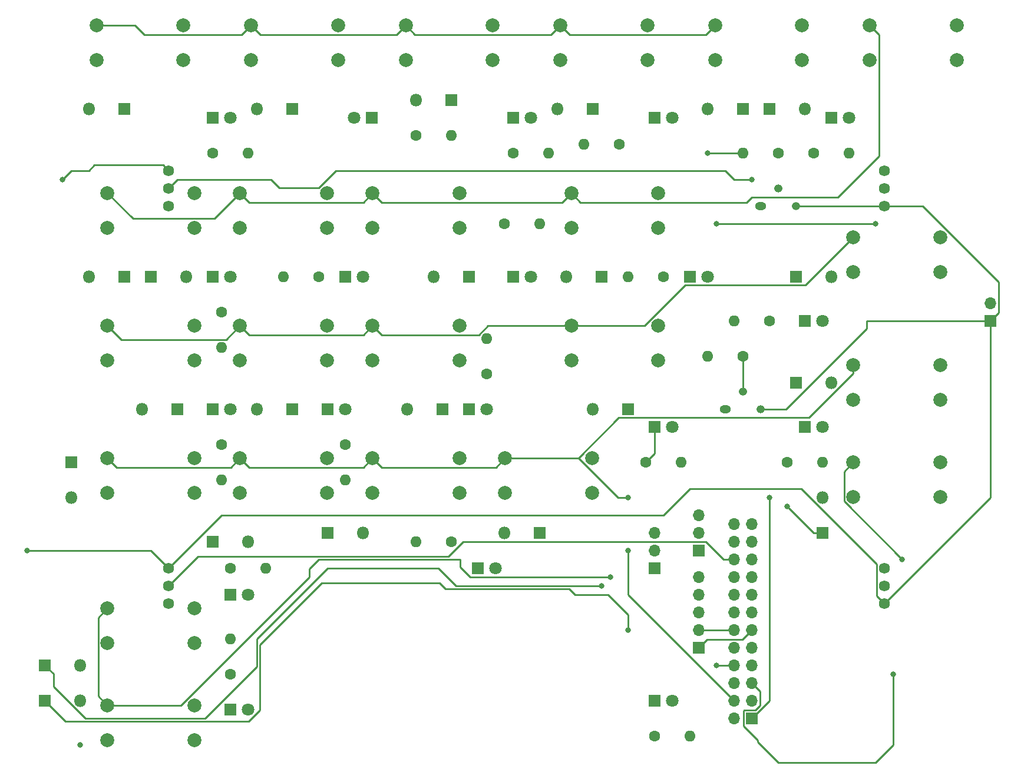
<source format=gbr>
%TF.GenerationSoftware,KiCad,Pcbnew,(5.1.10)-1*%
%TF.CreationDate,2021-07-06T22:18:48-04:00*%
%TF.ProjectId,dedBoard,64656442-6f61-4726-942e-6b696361645f,rev?*%
%TF.SameCoordinates,Original*%
%TF.FileFunction,Copper,L1,Top*%
%TF.FilePolarity,Positive*%
%FSLAX46Y46*%
G04 Gerber Fmt 4.6, Leading zero omitted, Abs format (unit mm)*
G04 Created by KiCad (PCBNEW (5.1.10)-1) date 2021-07-06 22:18:48*
%MOMM*%
%LPD*%
G01*
G04 APERTURE LIST*
%TA.AperFunction,ComponentPad*%
%ADD10O,1.600000X1.600000*%
%TD*%
%TA.AperFunction,ComponentPad*%
%ADD11C,1.600000*%
%TD*%
%TA.AperFunction,ComponentPad*%
%ADD12O,1.800000X1.800000*%
%TD*%
%TA.AperFunction,ComponentPad*%
%ADD13R,1.800000X1.800000*%
%TD*%
%TA.AperFunction,ComponentPad*%
%ADD14O,1.200000X1.200000*%
%TD*%
%TA.AperFunction,ComponentPad*%
%ADD15O,1.600000X1.200000*%
%TD*%
%TA.AperFunction,ComponentPad*%
%ADD16C,1.800000*%
%TD*%
%TA.AperFunction,ComponentPad*%
%ADD17C,2.000000*%
%TD*%
%TA.AperFunction,ComponentPad*%
%ADD18C,1.590000*%
%TD*%
%TA.AperFunction,ComponentPad*%
%ADD19O,1.700000X1.700000*%
%TD*%
%TA.AperFunction,ComponentPad*%
%ADD20R,1.700000X1.700000*%
%TD*%
%TA.AperFunction,ViaPad*%
%ADD21C,0.800000*%
%TD*%
%TA.AperFunction,Conductor*%
%ADD22C,0.250000*%
%TD*%
G04 APERTURE END LIST*
D10*
%TO.P,R21,2*%
%TO.N,GND*%
X49530000Y-102870000D03*
D11*
%TO.P,R21,1*%
%TO.N,Net-(D42-Pad1)*%
X49530000Y-107950000D03*
%TD*%
D10*
%TO.P,R20,2*%
%TO.N,GND*%
X134620000Y-77470000D03*
D11*
%TO.P,R20,1*%
%TO.N,Net-(D41-Pad1)*%
X129540000Y-77470000D03*
%TD*%
D10*
%TO.P,R19,2*%
%TO.N,GND*%
X115570000Y-116840000D03*
D11*
%TO.P,R19,1*%
%TO.N,Net-(D40-Pad1)*%
X110490000Y-116840000D03*
%TD*%
D10*
%TO.P,R18,2*%
%TO.N,GND*%
X66040000Y-80010000D03*
D11*
%TO.P,R18,1*%
%TO.N,Net-(D39-Pad1)*%
X66040000Y-74930000D03*
%TD*%
D10*
%TO.P,R17,2*%
%TO.N,GND*%
X86360000Y-59690000D03*
D11*
%TO.P,R17,1*%
%TO.N,Net-(D38-Pad1)*%
X86360000Y-64770000D03*
%TD*%
D10*
%TO.P,R16,2*%
%TO.N,GND*%
X76200000Y-88900000D03*
D11*
%TO.P,R16,1*%
%TO.N,Net-(D37-Pad1)*%
X81280000Y-88900000D03*
%TD*%
D10*
%TO.P,R15,2*%
%TO.N,ledCtrl*%
X118110000Y-62230000D03*
D11*
%TO.P,R15,1*%
%TO.N,Net-(Q2-Pad2)*%
X123190000Y-62230000D03*
%TD*%
D10*
%TO.P,R14,2*%
%TO.N,GND*%
X54610000Y-92710000D03*
D11*
%TO.P,R14,1*%
%TO.N,Net-(D36-Pad1)*%
X49530000Y-92710000D03*
%TD*%
D10*
%TO.P,R13,2*%
%TO.N,GND*%
X48260000Y-80010000D03*
D11*
%TO.P,R13,1*%
%TO.N,Net-(D35-Pad1)*%
X48260000Y-74930000D03*
%TD*%
D10*
%TO.P,R12,2*%
%TO.N,GND*%
X114300000Y-77470000D03*
D11*
%TO.P,R12,1*%
%TO.N,Net-(D34-Pad1)*%
X109220000Y-77470000D03*
%TD*%
D10*
%TO.P,R11,2*%
%TO.N,GND*%
X121920000Y-57150000D03*
D11*
%TO.P,R11,1*%
%TO.N,Net-(D27-Pad1)*%
X127000000Y-57150000D03*
%TD*%
D10*
%TO.P,R10,2*%
%TO.N,GND*%
X57150000Y-50800000D03*
D11*
%TO.P,R10,1*%
%TO.N,Net-(D26-Pad1)*%
X62230000Y-50800000D03*
%TD*%
D10*
%TO.P,R9,2*%
%TO.N,ledCtrl*%
X123190000Y-33020000D03*
D11*
%TO.P,R9,1*%
%TO.N,Net-(Q1-Pad2)*%
X128270000Y-33020000D03*
%TD*%
D10*
%TO.P,R8,2*%
%TO.N,GND*%
X100330000Y-31750000D03*
D11*
%TO.P,R8,1*%
%TO.N,Net-(D25-Pad1)*%
X105410000Y-31750000D03*
%TD*%
D10*
%TO.P,R7,2*%
%TO.N,GND*%
X93980000Y-43180000D03*
D11*
%TO.P,R7,1*%
%TO.N,Net-(D24-Pad1)*%
X88900000Y-43180000D03*
%TD*%
D10*
%TO.P,R6,2*%
%TO.N,GND*%
X106680000Y-50800000D03*
D11*
%TO.P,R6,1*%
%TO.N,Net-(D23-Pad1)*%
X111760000Y-50800000D03*
%TD*%
D10*
%TO.P,R5,2*%
%TO.N,GND*%
X48260000Y-60960000D03*
D11*
%TO.P,R5,1*%
%TO.N,Net-(D22-Pad1)*%
X48260000Y-55880000D03*
%TD*%
D10*
%TO.P,R4,2*%
%TO.N,GND*%
X138430000Y-33020000D03*
D11*
%TO.P,R4,1*%
%TO.N,Net-(D21-Pad1)*%
X133350000Y-33020000D03*
%TD*%
D10*
%TO.P,R3,2*%
%TO.N,GND*%
X95250000Y-33020000D03*
D11*
%TO.P,R3,1*%
%TO.N,Net-(D20-Pad1)*%
X90170000Y-33020000D03*
%TD*%
D10*
%TO.P,R2,2*%
%TO.N,GND*%
X81280000Y-30480000D03*
D11*
%TO.P,R2,1*%
%TO.N,Net-(D19-Pad1)*%
X76200000Y-30480000D03*
%TD*%
D10*
%TO.P,R1,2*%
%TO.N,GND*%
X52070000Y-33020000D03*
D11*
%TO.P,R1,1*%
%TO.N,Net-(D18-Pad1)*%
X46990000Y-33020000D03*
%TD*%
D12*
%TO.P,D33,2*%
%TO.N,Net-(D33-Pad2)*%
X134620000Y-82550000D03*
D13*
%TO.P,D33,1*%
%TO.N,COL5*%
X134620000Y-87630000D03*
%TD*%
D12*
%TO.P,D32,2*%
%TO.N,Net-(D32-Pad2)*%
X118110000Y-26670000D03*
D13*
%TO.P,D32,1*%
%TO.N,COL5*%
X123190000Y-26670000D03*
%TD*%
D12*
%TO.P,D31,2*%
%TO.N,Net-(D31-Pad2)*%
X96520000Y-26670000D03*
D13*
%TO.P,D31,1*%
%TO.N,COL4*%
X101600000Y-26670000D03*
%TD*%
D12*
%TO.P,D30,2*%
%TO.N,Net-(D30-Pad2)*%
X76200000Y-25400000D03*
D13*
%TO.P,D30,1*%
%TO.N,COL3*%
X81280000Y-25400000D03*
%TD*%
D12*
%TO.P,D29,2*%
%TO.N,Net-(D29-Pad2)*%
X53340000Y-26670000D03*
D13*
%TO.P,D29,1*%
%TO.N,COL2*%
X58420000Y-26670000D03*
%TD*%
D12*
%TO.P,D28,2*%
%TO.N,Net-(D28-Pad2)*%
X29210000Y-26670000D03*
D13*
%TO.P,D28,1*%
%TO.N,COL1*%
X34290000Y-26670000D03*
%TD*%
D12*
%TO.P,D17,2*%
%TO.N,Net-(D17-Pad2)*%
X101600000Y-69850000D03*
D13*
%TO.P,D17,1*%
%TO.N,COL4*%
X106680000Y-69850000D03*
%TD*%
D12*
%TO.P,D16,2*%
%TO.N,Net-(D16-Pad2)*%
X97790000Y-50800000D03*
D13*
%TO.P,D16,1*%
%TO.N,COL4*%
X102870000Y-50800000D03*
%TD*%
D12*
%TO.P,D15,2*%
%TO.N,Net-(D15-Pad2)*%
X74930000Y-69850000D03*
D13*
%TO.P,D15,1*%
%TO.N,COL3*%
X80010000Y-69850000D03*
%TD*%
D12*
%TO.P,D14,2*%
%TO.N,Net-(D14-Pad2)*%
X68580000Y-87630000D03*
D13*
%TO.P,D14,1*%
%TO.N,COL3*%
X63500000Y-87630000D03*
%TD*%
D12*
%TO.P,D13,2*%
%TO.N,Net-(D13-Pad2)*%
X78740000Y-50800000D03*
D13*
%TO.P,D13,1*%
%TO.N,COL3*%
X83820000Y-50800000D03*
%TD*%
D12*
%TO.P,D12,2*%
%TO.N,Net-(D12-Pad2)*%
X88900000Y-87630000D03*
D13*
%TO.P,D12,1*%
%TO.N,COL4*%
X93980000Y-87630000D03*
%TD*%
D12*
%TO.P,D11,2*%
%TO.N,Net-(D11-Pad2)*%
X135890000Y-66040000D03*
D13*
%TO.P,D11,1*%
%TO.N,COL5*%
X130810000Y-66040000D03*
%TD*%
D12*
%TO.P,D10,2*%
%TO.N,Net-(D10-Pad2)*%
X52070000Y-88900000D03*
D13*
%TO.P,D10,1*%
%TO.N,COL2*%
X46990000Y-88900000D03*
%TD*%
D12*
%TO.P,D9,2*%
%TO.N,Net-(D9-Pad2)*%
X27940000Y-111760000D03*
D13*
%TO.P,D9,1*%
%TO.N,COL2*%
X22860000Y-111760000D03*
%TD*%
D12*
%TO.P,D8,2*%
%TO.N,Net-(D8-Pad2)*%
X53340000Y-69850000D03*
D13*
%TO.P,D8,1*%
%TO.N,COL2*%
X58420000Y-69850000D03*
%TD*%
D12*
%TO.P,D7,2*%
%TO.N,Net-(D7-Pad2)*%
X135890000Y-50800000D03*
D13*
%TO.P,D7,1*%
%TO.N,COL5*%
X130810000Y-50800000D03*
%TD*%
D12*
%TO.P,D6,2*%
%TO.N,Net-(D6-Pad2)*%
X43180000Y-50800000D03*
D13*
%TO.P,D6,1*%
%TO.N,COL2*%
X38100000Y-50800000D03*
%TD*%
D12*
%TO.P,D5,2*%
%TO.N,Net-(D5-Pad2)*%
X26670000Y-82550000D03*
D13*
%TO.P,D5,1*%
%TO.N,COL1*%
X26670000Y-77470000D03*
%TD*%
D12*
%TO.P,D4,2*%
%TO.N,Net-(D4-Pad2)*%
X36830000Y-69850000D03*
D13*
%TO.P,D4,1*%
%TO.N,COL1*%
X41910000Y-69850000D03*
%TD*%
D12*
%TO.P,D3,2*%
%TO.N,Net-(D3-Pad2)*%
X27940000Y-106680000D03*
D13*
%TO.P,D3,1*%
%TO.N,COL1*%
X22860000Y-106680000D03*
%TD*%
D12*
%TO.P,D2,2*%
%TO.N,Net-(D2-Pad2)*%
X29210000Y-50800000D03*
D13*
%TO.P,D2,1*%
%TO.N,COL1*%
X34290000Y-50800000D03*
%TD*%
D12*
%TO.P,D1,2*%
%TO.N,Net-(D1-Pad2)*%
X132080000Y-26670000D03*
D13*
%TO.P,D1,1*%
%TO.N,COL5*%
X127000000Y-26670000D03*
%TD*%
D14*
%TO.P,Q2,3*%
%TO.N,VCC*%
X125730000Y-69850000D03*
%TO.P,Q2,2*%
%TO.N,Net-(Q2-Pad2)*%
X123190000Y-67310000D03*
D15*
%TO.P,Q2,1*%
%TO.N,/LED2*%
X120650000Y-69850000D03*
%TD*%
D16*
%TO.P,D42,2*%
%TO.N,/LED2*%
X52070000Y-113030000D03*
D13*
%TO.P,D42,1*%
%TO.N,Net-(D42-Pad1)*%
X49530000Y-113030000D03*
%TD*%
D16*
%TO.P,D41,2*%
%TO.N,/LED2*%
X134620000Y-72390000D03*
D13*
%TO.P,D41,1*%
%TO.N,Net-(D41-Pad1)*%
X132080000Y-72390000D03*
%TD*%
D16*
%TO.P,D40,2*%
%TO.N,/LED2*%
X113030000Y-111760000D03*
D13*
%TO.P,D40,1*%
%TO.N,Net-(D40-Pad1)*%
X110490000Y-111760000D03*
%TD*%
D16*
%TO.P,D39,2*%
%TO.N,/LED2*%
X66040000Y-69850000D03*
D13*
%TO.P,D39,1*%
%TO.N,Net-(D39-Pad1)*%
X63500000Y-69850000D03*
%TD*%
D16*
%TO.P,D38,2*%
%TO.N,/LED2*%
X86360000Y-69850000D03*
D13*
%TO.P,D38,1*%
%TO.N,Net-(D38-Pad1)*%
X83820000Y-69850000D03*
%TD*%
D16*
%TO.P,D37,2*%
%TO.N,/LED2*%
X87630000Y-92710000D03*
D13*
%TO.P,D37,1*%
%TO.N,Net-(D37-Pad1)*%
X85090000Y-92710000D03*
%TD*%
D16*
%TO.P,D36,2*%
%TO.N,/LED2*%
X52070000Y-96520000D03*
D13*
%TO.P,D36,1*%
%TO.N,Net-(D36-Pad1)*%
X49530000Y-96520000D03*
%TD*%
D16*
%TO.P,D35,2*%
%TO.N,/LED2*%
X49530000Y-69850000D03*
D13*
%TO.P,D35,1*%
%TO.N,Net-(D35-Pad1)*%
X46990000Y-69850000D03*
%TD*%
D16*
%TO.P,D34,2*%
%TO.N,/LED2*%
X113030000Y-72390000D03*
D13*
%TO.P,D34,1*%
%TO.N,Net-(D34-Pad1)*%
X110490000Y-72390000D03*
%TD*%
D17*
%TO.P,S23,4*%
%TO.N,Net-(S23-Pad4)*%
X151538000Y-82510000D03*
%TO.P,S23,3*%
%TO.N,Net-(D33-Pad2)*%
X139038000Y-82510000D03*
%TO.P,S23,2*%
%TO.N,Net-(S23-Pad2)*%
X151538000Y-77510000D03*
%TO.P,S23,1*%
%TO.N,ROW5*%
X139038000Y-77510000D03*
%TD*%
%TO.P,S22,4*%
%TO.N,Net-(S22-Pad4)*%
X131662500Y-19645000D03*
%TO.P,S22,3*%
%TO.N,Net-(D32-Pad2)*%
X119162500Y-19645000D03*
%TO.P,S22,2*%
%TO.N,Net-(S22-Pad2)*%
X131662500Y-14645000D03*
%TO.P,S22,1*%
%TO.N,ROW1*%
X119162500Y-14645000D03*
%TD*%
%TO.P,S21,4*%
%TO.N,Net-(S21-Pad4)*%
X109437500Y-19645000D03*
%TO.P,S21,3*%
%TO.N,Net-(D31-Pad2)*%
X96937500Y-19645000D03*
%TO.P,S21,2*%
%TO.N,Net-(S21-Pad2)*%
X109437500Y-14645000D03*
%TO.P,S21,1*%
%TO.N,ROW1*%
X96937500Y-14645000D03*
%TD*%
%TO.P,S20,4*%
%TO.N,Net-(S20-Pad4)*%
X87212500Y-19645000D03*
%TO.P,S20,3*%
%TO.N,Net-(D30-Pad2)*%
X74712500Y-19645000D03*
%TO.P,S20,2*%
%TO.N,Net-(S20-Pad2)*%
X87212500Y-14645000D03*
%TO.P,S20,1*%
%TO.N,ROW1*%
X74712500Y-14645000D03*
%TD*%
%TO.P,S19,4*%
%TO.N,Net-(S19-Pad4)*%
X64987500Y-19645000D03*
%TO.P,S19,3*%
%TO.N,Net-(D29-Pad2)*%
X52487500Y-19645000D03*
%TO.P,S19,2*%
%TO.N,Net-(S19-Pad2)*%
X64987500Y-14645000D03*
%TO.P,S19,1*%
%TO.N,ROW1*%
X52487500Y-14645000D03*
%TD*%
%TO.P,S18,4*%
%TO.N,Net-(S18-Pad4)*%
X42762500Y-19645000D03*
%TO.P,S18,3*%
%TO.N,Net-(D28-Pad2)*%
X30262500Y-19645000D03*
%TO.P,S18,2*%
%TO.N,Net-(S18-Pad2)*%
X42762500Y-14645000D03*
%TO.P,S18,1*%
%TO.N,ROW1*%
X30262500Y-14645000D03*
%TD*%
D18*
%TO.P,VR4,3*%
%TO.N,VCC*%
X143510000Y-97790000D03*
%TO.P,VR4,2*%
%TO.N,potCONT*%
X143510000Y-95250000D03*
%TO.P,VR4,1*%
%TO.N,GND*%
X143510000Y-92710000D03*
%TD*%
%TO.P,VR3,3*%
%TO.N,VCC*%
X143510000Y-40640000D03*
%TO.P,VR3,2*%
%TO.N,potDEPR*%
X143510000Y-38100000D03*
%TO.P,VR3,1*%
%TO.N,GND*%
X143510000Y-35560000D03*
%TD*%
%TO.P,VR2,3*%
%TO.N,VCC*%
X40640000Y-92710000D03*
%TO.P,VR2,2*%
%TO.N,potBRT*%
X40640000Y-95250000D03*
%TO.P,VR2,1*%
%TO.N,GND*%
X40640000Y-97790000D03*
%TD*%
%TO.P,VR1,3*%
%TO.N,VCC*%
X40640000Y-35560000D03*
%TO.P,VR1,2*%
%TO.N,potSym*%
X40640000Y-38100000D03*
%TO.P,VR1,1*%
%TO.N,GND*%
X40640000Y-40640000D03*
%TD*%
D17*
%TO.P,S17,4*%
%TO.N,Net-(S17-Pad4)*%
X111025000Y-62825000D03*
%TO.P,S17,3*%
%TO.N,Net-(D17-Pad2)*%
X98525000Y-62825000D03*
%TO.P,S17,2*%
%TO.N,Net-(S17-Pad2)*%
X111025000Y-57825000D03*
%TO.P,S17,1*%
%TO.N,Net-(S10-Pad1)*%
X98525000Y-57825000D03*
%TD*%
%TO.P,S16,4*%
%TO.N,Net-(S16-Pad4)*%
X111025000Y-43775000D03*
%TO.P,S16,3*%
%TO.N,Net-(D16-Pad2)*%
X98525000Y-43775000D03*
%TO.P,S16,2*%
%TO.N,Net-(S16-Pad2)*%
X111025000Y-38775000D03*
%TO.P,S16,1*%
%TO.N,Net-(S1-Pad1)*%
X98525000Y-38775000D03*
%TD*%
%TO.P,S15,4*%
%TO.N,Net-(S15-Pad4)*%
X82450000Y-62825000D03*
%TO.P,S15,3*%
%TO.N,Net-(D15-Pad2)*%
X69950000Y-62825000D03*
%TO.P,S15,2*%
%TO.N,Net-(S15-Pad2)*%
X82450000Y-57825000D03*
%TO.P,S15,1*%
%TO.N,Net-(S10-Pad1)*%
X69950000Y-57825000D03*
%TD*%
%TO.P,S14,4*%
%TO.N,Net-(S14-Pad4)*%
X82450000Y-81875000D03*
%TO.P,S14,3*%
%TO.N,Net-(D14-Pad2)*%
X69950000Y-81875000D03*
%TO.P,S14,2*%
%TO.N,Net-(S14-Pad2)*%
X82450000Y-76875000D03*
%TO.P,S14,1*%
%TO.N,ROW4*%
X69950000Y-76875000D03*
%TD*%
%TO.P,S13,4*%
%TO.N,Net-(S13-Pad4)*%
X82450000Y-43775000D03*
%TO.P,S13,3*%
%TO.N,Net-(D13-Pad2)*%
X69950000Y-43775000D03*
%TO.P,S13,2*%
%TO.N,Net-(S13-Pad2)*%
X82450000Y-38775000D03*
%TO.P,S13,1*%
%TO.N,Net-(S1-Pad1)*%
X69950000Y-38775000D03*
%TD*%
%TO.P,S12,4*%
%TO.N,Net-(S12-Pad4)*%
X101500000Y-81875000D03*
%TO.P,S12,3*%
%TO.N,Net-(D12-Pad2)*%
X89000000Y-81875000D03*
%TO.P,S12,2*%
%TO.N,Net-(S12-Pad2)*%
X101500000Y-76875000D03*
%TO.P,S12,1*%
%TO.N,ROW4*%
X89000000Y-76875000D03*
%TD*%
%TO.P,S11,4*%
%TO.N,Net-(S11-Pad4)*%
X151538000Y-68540000D03*
%TO.P,S11,3*%
%TO.N,Net-(D11-Pad2)*%
X139038000Y-68540000D03*
%TO.P,S11,2*%
%TO.N,Net-(S11-Pad2)*%
X151538000Y-63540000D03*
%TO.P,S11,1*%
%TO.N,ROW4*%
X139038000Y-63540000D03*
%TD*%
%TO.P,S10,4*%
%TO.N,Net-(S10-Pad4)*%
X63400000Y-62825000D03*
%TO.P,S10,3*%
%TO.N,Net-(D8-Pad2)*%
X50900000Y-62825000D03*
%TO.P,S10,2*%
%TO.N,Net-(S10-Pad2)*%
X63400000Y-57825000D03*
%TO.P,S10,1*%
%TO.N,Net-(S10-Pad1)*%
X50900000Y-57825000D03*
%TD*%
%TO.P,S9,4*%
%TO.N,Net-(S9-Pad4)*%
X151538000Y-50125000D03*
%TO.P,S9,3*%
%TO.N,Net-(D7-Pad2)*%
X139038000Y-50125000D03*
%TO.P,S9,2*%
%TO.N,Net-(S9-Pad2)*%
X151538000Y-45125000D03*
%TO.P,S9,1*%
%TO.N,Net-(S10-Pad1)*%
X139038000Y-45125000D03*
%TD*%
%TO.P,S8,4*%
%TO.N,Net-(S8-Pad4)*%
X63400000Y-81875000D03*
%TO.P,S8,3*%
%TO.N,Net-(D10-Pad2)*%
X50900000Y-81875000D03*
%TO.P,S8,2*%
%TO.N,Net-(S8-Pad2)*%
X63400000Y-76875000D03*
%TO.P,S8,1*%
%TO.N,ROW4*%
X50900000Y-76875000D03*
%TD*%
%TO.P,S7,4*%
%TO.N,Net-(S7-Pad4)*%
X63400000Y-43775000D03*
%TO.P,S7,3*%
%TO.N,Net-(D6-Pad2)*%
X50900000Y-43775000D03*
%TO.P,S7,2*%
%TO.N,Net-(S7-Pad2)*%
X63400000Y-38775000D03*
%TO.P,S7,1*%
%TO.N,Net-(S1-Pad1)*%
X50900000Y-38775000D03*
%TD*%
%TO.P,S6,4*%
%TO.N,Net-(S6-Pad4)*%
X44350000Y-117435000D03*
%TO.P,S6,3*%
%TO.N,Net-(D9-Pad2)*%
X31850000Y-117435000D03*
%TO.P,S6,2*%
%TO.N,Net-(S6-Pad2)*%
X44350000Y-112435000D03*
%TO.P,S6,1*%
%TO.N,ROW5*%
X31850000Y-112435000D03*
%TD*%
%TO.P,S5,4*%
%TO.N,Net-(S5-Pad4)*%
X44350000Y-62825000D03*
%TO.P,S5,3*%
%TO.N,Net-(D4-Pad2)*%
X31850000Y-62825000D03*
%TO.P,S5,2*%
%TO.N,Net-(S5-Pad2)*%
X44350000Y-57825000D03*
%TO.P,S5,1*%
%TO.N,Net-(S10-Pad1)*%
X31850000Y-57825000D03*
%TD*%
%TO.P,S4,4*%
%TO.N,Net-(S4-Pad4)*%
X44350000Y-81875000D03*
%TO.P,S4,3*%
%TO.N,Net-(D5-Pad2)*%
X31850000Y-81875000D03*
%TO.P,S4,2*%
%TO.N,Net-(S4-Pad2)*%
X44350000Y-76875000D03*
%TO.P,S4,1*%
%TO.N,ROW4*%
X31850000Y-76875000D03*
%TD*%
%TO.P,S3,4*%
%TO.N,Net-(S3-Pad4)*%
X44350000Y-43775000D03*
%TO.P,S3,3*%
%TO.N,Net-(D2-Pad2)*%
X31850000Y-43775000D03*
%TO.P,S3,2*%
%TO.N,Net-(S3-Pad2)*%
X44350000Y-38775000D03*
%TO.P,S3,1*%
%TO.N,Net-(S1-Pad1)*%
X31850000Y-38775000D03*
%TD*%
%TO.P,S2,4*%
%TO.N,Net-(S2-Pad4)*%
X44350000Y-103465000D03*
%TO.P,S2,3*%
%TO.N,Net-(D3-Pad2)*%
X31850000Y-103465000D03*
%TO.P,S2,2*%
%TO.N,Net-(S2-Pad2)*%
X44350000Y-98465000D03*
%TO.P,S2,1*%
%TO.N,ROW5*%
X31850000Y-98465000D03*
%TD*%
%TO.P,S1,4*%
%TO.N,Net-(S1-Pad4)*%
X153887500Y-19645000D03*
%TO.P,S1,3*%
%TO.N,Net-(D1-Pad2)*%
X141387500Y-19645000D03*
%TO.P,S1,2*%
%TO.N,Net-(S1-Pad2)*%
X153887500Y-14645000D03*
%TO.P,S1,1*%
%TO.N,Net-(S1-Pad1)*%
X141387500Y-14645000D03*
%TD*%
D14*
%TO.P,Q1,3*%
%TO.N,VCC*%
X130810000Y-40640000D03*
%TO.P,Q1,2*%
%TO.N,Net-(Q1-Pad2)*%
X128270000Y-38100000D03*
D15*
%TO.P,Q1,1*%
%TO.N,/LED1*%
X125730000Y-40640000D03*
%TD*%
D19*
%TO.P,J5,3*%
%TO.N,GND*%
X116840000Y-85090000D03*
%TO.P,J5,2*%
%TO.N,gain2*%
X116840000Y-87630000D03*
D20*
%TO.P,J5,1*%
%TO.N,gain1*%
X116840000Y-90170000D03*
%TD*%
D19*
%TO.P,J4,3*%
%TO.N,GND*%
X110490000Y-87630000D03*
%TO.P,J4,2*%
%TO.N,drift2*%
X110490000Y-90170000D03*
D20*
%TO.P,J4,1*%
%TO.N,drift1*%
X110490000Y-92710000D03*
%TD*%
D19*
%TO.P,J3,5*%
%TO.N,GND*%
X116840000Y-93980000D03*
%TO.P,J3,4*%
%TO.N,dobber4*%
X116840000Y-96520000D03*
%TO.P,J3,3*%
%TO.N,dobber3*%
X116840000Y-99060000D03*
%TO.P,J3,2*%
%TO.N,dobber2*%
X116840000Y-101600000D03*
D20*
%TO.P,J3,1*%
%TO.N,dobber1*%
X116840000Y-104140000D03*
%TD*%
D19*
%TO.P,J2,24*%
%TO.N,ledCtrl*%
X121920000Y-86360000D03*
%TO.P,J2,23*%
%TO.N,GND*%
X124460000Y-86360000D03*
%TO.P,J2,22*%
%TO.N,potDEPR*%
X121920000Y-88900000D03*
%TO.P,J2,21*%
%TO.N,potCONT*%
X124460000Y-88900000D03*
%TO.P,J2,20*%
%TO.N,potBRT*%
X121920000Y-91440000D03*
%TO.P,J2,19*%
%TO.N,potSym*%
X124460000Y-91440000D03*
%TO.P,J2,18*%
%TO.N,gain2*%
X121920000Y-93980000D03*
%TO.P,J2,17*%
%TO.N,gain1*%
X124460000Y-93980000D03*
%TO.P,J2,16*%
%TO.N,drift2*%
X121920000Y-96520000D03*
%TO.P,J2,15*%
%TO.N,drift1*%
X124460000Y-96520000D03*
%TO.P,J2,14*%
%TO.N,dobber4*%
X121920000Y-99060000D03*
%TO.P,J2,13*%
%TO.N,dobber3*%
X124460000Y-99060000D03*
%TO.P,J2,12*%
%TO.N,dobber2*%
X121920000Y-101600000D03*
%TO.P,J2,11*%
%TO.N,dobber1*%
X124460000Y-101600000D03*
%TO.P,J2,10*%
%TO.N,COL5*%
X121920000Y-104140000D03*
%TO.P,J2,9*%
%TO.N,COL4*%
X124460000Y-104140000D03*
%TO.P,J2,8*%
%TO.N,COL3*%
X121920000Y-106680000D03*
%TO.P,J2,7*%
%TO.N,COL2*%
X124460000Y-106680000D03*
%TO.P,J2,6*%
%TO.N,COL1*%
X121920000Y-109220000D03*
%TO.P,J2,5*%
%TO.N,ROW5*%
X124460000Y-109220000D03*
%TO.P,J2,4*%
%TO.N,ROW4*%
X121920000Y-111760000D03*
%TO.P,J2,3*%
%TO.N,ROW3*%
X124460000Y-111760000D03*
%TO.P,J2,2*%
%TO.N,ROW2*%
X121920000Y-114300000D03*
D20*
%TO.P,J2,1*%
%TO.N,ROW1*%
X124460000Y-114300000D03*
%TD*%
D19*
%TO.P,J1,2*%
%TO.N,GND*%
X158750000Y-54610000D03*
D20*
%TO.P,J1,1*%
%TO.N,VCC*%
X158750000Y-57150000D03*
%TD*%
D16*
%TO.P,D27,2*%
%TO.N,/LED1*%
X134620000Y-57150000D03*
D13*
%TO.P,D27,1*%
%TO.N,Net-(D27-Pad1)*%
X132080000Y-57150000D03*
%TD*%
D16*
%TO.P,D26,2*%
%TO.N,/LED1*%
X68580000Y-50800000D03*
D13*
%TO.P,D26,1*%
%TO.N,Net-(D26-Pad1)*%
X66040000Y-50800000D03*
%TD*%
D16*
%TO.P,D25,2*%
%TO.N,/LED1*%
X113030000Y-27940000D03*
D13*
%TO.P,D25,1*%
%TO.N,Net-(D25-Pad1)*%
X110490000Y-27940000D03*
%TD*%
D16*
%TO.P,D24,2*%
%TO.N,/LED1*%
X92710000Y-50800000D03*
D13*
%TO.P,D24,1*%
%TO.N,Net-(D24-Pad1)*%
X90170000Y-50800000D03*
%TD*%
D16*
%TO.P,D23,2*%
%TO.N,/LED1*%
X118110000Y-50800000D03*
D13*
%TO.P,D23,1*%
%TO.N,Net-(D23-Pad1)*%
X115570000Y-50800000D03*
%TD*%
D16*
%TO.P,D22,2*%
%TO.N,/LED1*%
X49530000Y-50800000D03*
D13*
%TO.P,D22,1*%
%TO.N,Net-(D22-Pad1)*%
X46990000Y-50800000D03*
%TD*%
D16*
%TO.P,D21,2*%
%TO.N,/LED1*%
X138430000Y-27940000D03*
D13*
%TO.P,D21,1*%
%TO.N,Net-(D21-Pad1)*%
X135890000Y-27940000D03*
%TD*%
D16*
%TO.P,D20,2*%
%TO.N,/LED1*%
X92710000Y-27940000D03*
D13*
%TO.P,D20,1*%
%TO.N,Net-(D20-Pad1)*%
X90170000Y-27940000D03*
%TD*%
D16*
%TO.P,D19,2*%
%TO.N,/LED1*%
X67310000Y-27940000D03*
D13*
%TO.P,D19,1*%
%TO.N,Net-(D19-Pad1)*%
X69850000Y-27940000D03*
%TD*%
D16*
%TO.P,D18,2*%
%TO.N,/LED1*%
X49530000Y-27940000D03*
D13*
%TO.P,D18,1*%
%TO.N,Net-(D18-Pad1)*%
X46990000Y-27940000D03*
%TD*%
D21*
%TO.N,COL1*%
X102870000Y-95250000D03*
%TO.N,COL2*%
X106680000Y-101600000D03*
%TO.N,COL3*%
X119380000Y-106680000D03*
%TO.N,VCC*%
X25400000Y-36830000D03*
X20320000Y-90170000D03*
X27940000Y-118110000D03*
%TO.N,potDEPR*%
X119380000Y-43180000D03*
X142240000Y-43180000D03*
%TO.N,potSym*%
X124460000Y-36830000D03*
%TO.N,ledCtrl*%
X118110000Y-33020000D03*
%TO.N,ROW4*%
X106680000Y-90170000D03*
X106680000Y-82550000D03*
%TO.N,ROW1*%
X127000000Y-82550000D03*
%TO.N,COL5*%
X129540000Y-83820000D03*
%TO.N,ROW5*%
X104140000Y-93980000D03*
X146050000Y-91440000D03*
X144780000Y-107950000D03*
%TD*%
D22*
%TO.N,COL1*%
X24085001Y-109718003D02*
X28666998Y-114300000D01*
X24085001Y-107905001D02*
X24085001Y-109718003D01*
X22860000Y-106680000D02*
X24085001Y-107905001D01*
X45874998Y-114300000D02*
X53340000Y-106834998D01*
X28666998Y-114300000D02*
X45874998Y-114300000D01*
X53340000Y-106834998D02*
X53340000Y-102870000D01*
X53340000Y-102870000D02*
X63500000Y-92710000D01*
X63500000Y-92710000D02*
X79373590Y-92710000D01*
X79373590Y-92710000D02*
X81913590Y-95250000D01*
X81913590Y-95250000D02*
X102870000Y-95250000D01*
%TO.N,COL2*%
X106680000Y-99436232D02*
X103763768Y-96520000D01*
X106680000Y-101600000D02*
X106680000Y-99436232D01*
X98240010Y-95700010D02*
X80460010Y-95700010D01*
X99060000Y-96520000D02*
X98240010Y-95700010D01*
X103763768Y-96520000D02*
X99060000Y-96520000D01*
X79608863Y-94848863D02*
X62631137Y-94848863D01*
X80460010Y-95700010D02*
X79608863Y-94848863D01*
X52162993Y-114750009D02*
X25850009Y-114750009D01*
X25850009Y-114750009D02*
X22860000Y-111760000D01*
X53790010Y-113122992D02*
X52162993Y-114750009D01*
X53790010Y-103689990D02*
X53790010Y-113122992D01*
X62631137Y-94848863D02*
X53790010Y-103689990D01*
%TO.N,COL3*%
X119380000Y-106680000D02*
X121920000Y-106680000D01*
%TO.N,VCC*%
X149014002Y-40640000D02*
X143510000Y-40640000D01*
X159925001Y-51550999D02*
X149014002Y-40640000D01*
X159925001Y-55974999D02*
X159925001Y-51550999D01*
X158750000Y-57150000D02*
X159925001Y-55974999D01*
X130810000Y-40640000D02*
X143510000Y-40640000D01*
X158750000Y-57150000D02*
X140970000Y-57150000D01*
X129385002Y-69850000D02*
X125730000Y-69850000D01*
X140970000Y-58265002D02*
X129385002Y-69850000D01*
X140970000Y-57150000D02*
X140970000Y-58265002D01*
X39845001Y-34765001D02*
X30004999Y-34765001D01*
X40640000Y-35560000D02*
X39845001Y-34765001D01*
X30004999Y-34765001D02*
X29210000Y-35560000D01*
X26670000Y-35560000D02*
X25400000Y-36830000D01*
X29210000Y-35560000D02*
X26670000Y-35560000D01*
X38100000Y-90170000D02*
X40640000Y-92710000D01*
X20320000Y-90170000D02*
X38100000Y-90170000D01*
X48249999Y-85100001D02*
X111749999Y-85100001D01*
X40640000Y-92710000D02*
X48249999Y-85100001D01*
X111749999Y-85100001D02*
X115570000Y-81280000D01*
X142389999Y-96669999D02*
X143510000Y-97790000D01*
X142389999Y-92133001D02*
X142389999Y-96669999D01*
X131536998Y-81280000D02*
X142389999Y-92133001D01*
X115570000Y-81280000D02*
X131536998Y-81280000D01*
X158750000Y-82550000D02*
X143510000Y-97790000D01*
X158750000Y-57150000D02*
X158750000Y-82550000D01*
%TO.N,potDEPR*%
X119380000Y-43180000D02*
X127000000Y-43180000D01*
X127000000Y-43180000D02*
X142240000Y-43180000D01*
%TO.N,potBRT*%
X44900009Y-90989991D02*
X40640000Y-95250000D01*
X80855011Y-90989991D02*
X44900009Y-90989991D01*
X82945002Y-88900000D02*
X80855011Y-90989991D01*
X120395002Y-91440000D02*
X121920000Y-91440000D01*
X117855002Y-88900000D02*
X120395002Y-91440000D01*
X82945002Y-88900000D02*
X117855002Y-88900000D01*
%TO.N,potSym*%
X40640000Y-38100000D02*
X41910000Y-36830000D01*
X64663999Y-35549999D02*
X120639999Y-35549999D01*
X62213997Y-38000001D02*
X64663999Y-35549999D01*
X56561999Y-38000001D02*
X62213997Y-38000001D01*
X55391998Y-36830000D02*
X56561999Y-38000001D01*
X41910000Y-36830000D02*
X55391998Y-36830000D01*
X121920000Y-36830000D02*
X124460000Y-36830000D01*
X120639999Y-35549999D02*
X121920000Y-36830000D01*
%TO.N,dobber2*%
X116840000Y-101600000D02*
X121920000Y-101600000D01*
%TO.N,dobber1*%
X123095001Y-102964999D02*
X124460000Y-101600000D01*
X118015001Y-102964999D02*
X123095001Y-102964999D01*
X116840000Y-104140000D02*
X118015001Y-102964999D01*
%TO.N,ledCtrl*%
X123190000Y-33020000D02*
X118110000Y-33020000D01*
%TO.N,ROW4*%
X49574999Y-78200001D02*
X50900000Y-76875000D01*
X33175001Y-78200001D02*
X49574999Y-78200001D01*
X31850000Y-76875000D02*
X33175001Y-78200001D01*
X68624999Y-78200001D02*
X69950000Y-76875000D01*
X52225001Y-78200001D02*
X68624999Y-78200001D01*
X50900000Y-76875000D02*
X52225001Y-78200001D01*
X87674999Y-78200001D02*
X89000000Y-76875000D01*
X71275001Y-78200001D02*
X87674999Y-78200001D01*
X69950000Y-76875000D02*
X71275001Y-78200001D01*
X132668001Y-71075001D02*
X139038000Y-64705002D01*
X105338997Y-71075001D02*
X132668001Y-71075001D01*
X139038000Y-64705002D02*
X139038000Y-63540000D01*
X99538998Y-76875000D02*
X105338997Y-71075001D01*
X89000000Y-76875000D02*
X99538998Y-76875000D01*
X121920000Y-111760000D02*
X106680000Y-96520000D01*
X106680000Y-96520000D02*
X106680000Y-90170000D01*
X105213998Y-82550000D02*
X99538998Y-76875000D01*
X106680000Y-82550000D02*
X105213998Y-82550000D01*
%TO.N,ROW1*%
X51162499Y-15970001D02*
X52487500Y-14645000D01*
X37126499Y-15970001D02*
X51162499Y-15970001D01*
X35801498Y-14645000D02*
X37126499Y-15970001D01*
X30262500Y-14645000D02*
X35801498Y-14645000D01*
X73387499Y-15970001D02*
X74712500Y-14645000D01*
X53812501Y-15970001D02*
X73387499Y-15970001D01*
X52487500Y-14645000D02*
X53812501Y-15970001D01*
X95612499Y-15970001D02*
X96937500Y-14645000D01*
X76037501Y-15970001D02*
X95612499Y-15970001D01*
X74712500Y-14645000D02*
X76037501Y-15970001D01*
X117837499Y-15970001D02*
X119162500Y-14645000D01*
X98262501Y-15970001D02*
X117837499Y-15970001D01*
X96937500Y-14645000D02*
X98262501Y-15970001D01*
X127000000Y-111760000D02*
X124460000Y-114300000D01*
X127000000Y-82550000D02*
X127000000Y-111760000D01*
%TO.N,COL5*%
X133350000Y-87630000D02*
X129540000Y-83820000D01*
X134620000Y-87630000D02*
X133350000Y-87630000D01*
%TO.N,ROW5*%
X30524999Y-111109999D02*
X31850000Y-112435000D01*
X30524999Y-99790001D02*
X30524999Y-111109999D01*
X31850000Y-98465000D02*
X30524999Y-99790001D01*
X62230000Y-91440000D02*
X78740000Y-91440000D01*
X60843998Y-92826002D02*
X62230000Y-91440000D01*
X42388998Y-112435000D02*
X60843998Y-93980000D01*
X60843998Y-93980000D02*
X60843998Y-92826002D01*
X31850000Y-112435000D02*
X42388998Y-112435000D01*
X78740000Y-91440000D02*
X82550000Y-91440000D01*
X82550000Y-92555002D02*
X83974998Y-93980000D01*
X82550000Y-91440000D02*
X82550000Y-92555002D01*
X83974998Y-93980000D02*
X102870000Y-93980000D01*
X102870000Y-93980000D02*
X104140000Y-93980000D01*
X137712999Y-78835001D02*
X137712999Y-83102999D01*
X137712999Y-83102999D02*
X146050000Y-91440000D01*
X139038000Y-77510000D02*
X137712999Y-78835001D01*
X125635001Y-110395001D02*
X124460000Y-109220000D01*
X125635001Y-112488589D02*
X125635001Y-110395001D01*
X123349999Y-113124999D02*
X124998591Y-113124999D01*
X123284999Y-113189999D02*
X123349999Y-113124999D01*
X125301228Y-117426230D02*
X123284999Y-115410001D01*
X124998591Y-113124999D02*
X125635001Y-112488589D01*
X123284999Y-115410001D02*
X123284999Y-113189999D01*
X144780000Y-107950000D02*
X144780000Y-114551148D01*
X125301228Y-117426230D02*
X125301228Y-117681228D01*
X125301228Y-117681228D02*
X128270000Y-120650000D01*
X128270000Y-120650000D02*
X142240000Y-120650000D01*
X142240000Y-120650000D02*
X144780000Y-118110000D01*
X144780000Y-118110000D02*
X144780000Y-114551148D01*
%TO.N,Net-(S1-Pad1)*%
X47225001Y-42449999D02*
X50900000Y-38775000D01*
X35524999Y-42449999D02*
X47225001Y-42449999D01*
X31850000Y-38775000D02*
X35524999Y-42449999D01*
X68624999Y-40100001D02*
X69950000Y-38775000D01*
X52225001Y-40100001D02*
X68624999Y-40100001D01*
X50900000Y-38775000D02*
X52225001Y-40100001D01*
X69950000Y-38775000D02*
X71275001Y-40100001D01*
X97199999Y-40100001D02*
X98525000Y-38775000D01*
X71275001Y-40100001D02*
X97199999Y-40100001D01*
X142712501Y-15970001D02*
X141387500Y-14645000D01*
X142712501Y-33492501D02*
X136835002Y-39370000D01*
X142712501Y-33492501D02*
X142712501Y-15970001D01*
X136835002Y-39370000D02*
X124460000Y-39370000D01*
X99850001Y-40100001D02*
X98525000Y-38775000D01*
X123729999Y-40100001D02*
X99850001Y-40100001D01*
X124460000Y-39370000D02*
X123729999Y-40100001D01*
%TO.N,Net-(S10-Pad1)*%
X48890001Y-59834999D02*
X50900000Y-57825000D01*
X33859999Y-59834999D02*
X48890001Y-59834999D01*
X31850000Y-57825000D02*
X33859999Y-59834999D01*
X68624999Y-59150001D02*
X69950000Y-57825000D01*
X52225001Y-59150001D02*
X68624999Y-59150001D01*
X50900000Y-57825000D02*
X52225001Y-59150001D01*
X86559998Y-57825000D02*
X98525000Y-57825000D01*
X85234997Y-59150001D02*
X86559998Y-57825000D01*
X71275001Y-59150001D02*
X85234997Y-59150001D01*
X69950000Y-57825000D02*
X71275001Y-59150001D01*
X132137999Y-52025001D02*
X139038000Y-45125000D01*
X114863997Y-52025001D02*
X132137999Y-52025001D01*
X109063998Y-57825000D02*
X114863997Y-52025001D01*
X98525000Y-57825000D02*
X109063998Y-57825000D01*
%TO.N,Net-(D34-Pad1)*%
X110490000Y-76200000D02*
X109220000Y-77470000D01*
X110490000Y-72390000D02*
X110490000Y-76200000D01*
%TO.N,Net-(Q2-Pad2)*%
X123190000Y-62230000D02*
X123190000Y-67310000D01*
%TD*%
M02*

</source>
